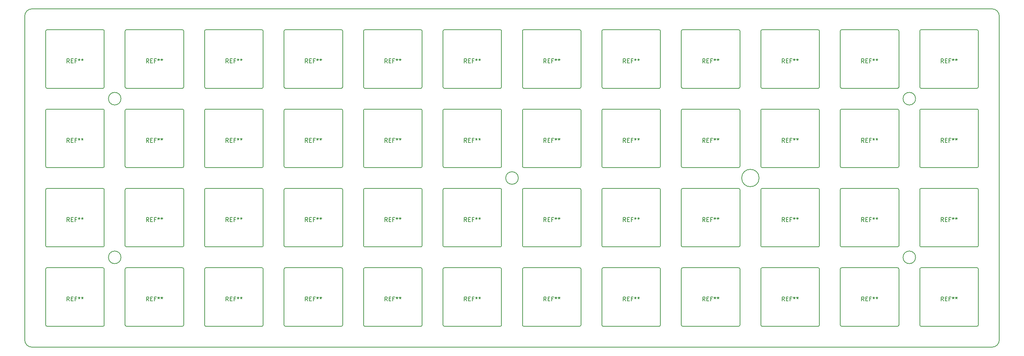
<source format=gbl>
G04 #@! TF.GenerationSoftware,KiCad,Pcbnew,5.0.1*
G04 #@! TF.CreationDate,2019-02-20T21:52:55-03:00*
G04 #@! TF.ProjectId,fullGrid,66756C6C477269642E6B696361645F70,V3.0.7*
G04 #@! TF.SameCoordinates,Original*
G04 #@! TF.FileFunction,Copper,L2,Bot,Signal*
G04 #@! TF.FilePolarity,Positive*
%FSLAX46Y46*%
G04 Gerber Fmt 4.6, Leading zero omitted, Abs format (unit mm)*
G04 Created by KiCad (PCBNEW 5.0.1) date Wed 20 Feb 2019 09:52:55 PM -03*
%MOMM*%
%LPD*%
G01*
G04 APERTURE LIST*
G04 #@! TA.AperFunction,NonConductor*
%ADD10C,0.150000*%
G04 #@! TD*
%ADD11C,0.150000*%
G04 #@! TA.AperFunction,EtchedComponent*
%ADD12C,0.150000*%
G04 #@! TD*
G04 APERTURE END LIST*
D10*
X207541125Y-102743000D02*
G75*
G03X207541125Y-102743000I-2078125J0D01*
G01*
X149963000Y-102743000D02*
G75*
G03X149963000Y-102743000I-1500000J0D01*
G01*
X244963000Y-83743000D02*
G75*
G03X244963000Y-83743000I-1500000J0D01*
G01*
X244963000Y-121743000D02*
G75*
G03X244963000Y-121743000I-1500000J0D01*
G01*
X54963000Y-121743000D02*
G75*
G03X54963000Y-121743000I-1500000J0D01*
G01*
X54963000Y-83743000D02*
G75*
G03X54963000Y-83743000I-1500000J0D01*
G01*
X31939170Y-64000682D02*
G75*
G02X33720426Y-62219426I1781256J0D01*
G01*
X31939170Y-64000682D02*
X31939170Y-141485318D01*
X33720426Y-143266574D02*
G75*
G02X31939170Y-141485318I0J1781256D01*
G01*
X264986830Y-141485318D02*
X264986830Y-64000682D01*
X264986830Y-141485318D02*
G75*
G02X263205574Y-143266574I-1781256J0D01*
G01*
X263205574Y-62219426D02*
G75*
G02X264986830Y-64000682I0J-1781256D01*
G01*
X33720426Y-143266574D02*
X263205574Y-143266574D01*
X33720426Y-62219426D02*
X263205574Y-62219426D01*
G04 #@! TO.C,REF\002A\002A*
D11*
X156629666Y-94195380D02*
X156296333Y-93719190D01*
X156058238Y-94195380D02*
X156058238Y-93195380D01*
X156439190Y-93195380D01*
X156534428Y-93243000D01*
X156582047Y-93290619D01*
X156629666Y-93385857D01*
X156629666Y-93528714D01*
X156582047Y-93623952D01*
X156534428Y-93671571D01*
X156439190Y-93719190D01*
X156058238Y-93719190D01*
X157058238Y-93671571D02*
X157391571Y-93671571D01*
X157534428Y-94195380D02*
X157058238Y-94195380D01*
X157058238Y-93195380D01*
X157534428Y-93195380D01*
X158296333Y-93671571D02*
X157963000Y-93671571D01*
X157963000Y-94195380D02*
X157963000Y-93195380D01*
X158439190Y-93195380D01*
X158963000Y-93195380D02*
X158963000Y-93433476D01*
X158724904Y-93338238D02*
X158963000Y-93433476D01*
X159201095Y-93338238D01*
X158820142Y-93623952D02*
X158963000Y-93433476D01*
X159105857Y-93623952D01*
X159724904Y-93195380D02*
X159724904Y-93433476D01*
X159486809Y-93338238D02*
X159724904Y-93433476D01*
X159963000Y-93338238D01*
X159582047Y-93623952D02*
X159724904Y-93433476D01*
X159867761Y-93623952D01*
X137629666Y-94195380D02*
X137296333Y-93719190D01*
X137058238Y-94195380D02*
X137058238Y-93195380D01*
X137439190Y-93195380D01*
X137534428Y-93243000D01*
X137582047Y-93290619D01*
X137629666Y-93385857D01*
X137629666Y-93528714D01*
X137582047Y-93623952D01*
X137534428Y-93671571D01*
X137439190Y-93719190D01*
X137058238Y-93719190D01*
X138058238Y-93671571D02*
X138391571Y-93671571D01*
X138534428Y-94195380D02*
X138058238Y-94195380D01*
X138058238Y-93195380D01*
X138534428Y-93195380D01*
X139296333Y-93671571D02*
X138963000Y-93671571D01*
X138963000Y-94195380D02*
X138963000Y-93195380D01*
X139439190Y-93195380D01*
X139963000Y-93195380D02*
X139963000Y-93433476D01*
X139724904Y-93338238D02*
X139963000Y-93433476D01*
X140201095Y-93338238D01*
X139820142Y-93623952D02*
X139963000Y-93433476D01*
X140105857Y-93623952D01*
X140724904Y-93195380D02*
X140724904Y-93433476D01*
X140486809Y-93338238D02*
X140724904Y-93433476D01*
X140963000Y-93338238D01*
X140582047Y-93623952D02*
X140724904Y-93433476D01*
X140867761Y-93623952D01*
X118629666Y-94195380D02*
X118296333Y-93719190D01*
X118058238Y-94195380D02*
X118058238Y-93195380D01*
X118439190Y-93195380D01*
X118534428Y-93243000D01*
X118582047Y-93290619D01*
X118629666Y-93385857D01*
X118629666Y-93528714D01*
X118582047Y-93623952D01*
X118534428Y-93671571D01*
X118439190Y-93719190D01*
X118058238Y-93719190D01*
X119058238Y-93671571D02*
X119391571Y-93671571D01*
X119534428Y-94195380D02*
X119058238Y-94195380D01*
X119058238Y-93195380D01*
X119534428Y-93195380D01*
X120296333Y-93671571D02*
X119963000Y-93671571D01*
X119963000Y-94195380D02*
X119963000Y-93195380D01*
X120439190Y-93195380D01*
X120963000Y-93195380D02*
X120963000Y-93433476D01*
X120724904Y-93338238D02*
X120963000Y-93433476D01*
X121201095Y-93338238D01*
X120820142Y-93623952D02*
X120963000Y-93433476D01*
X121105857Y-93623952D01*
X121724904Y-93195380D02*
X121724904Y-93433476D01*
X121486809Y-93338238D02*
X121724904Y-93433476D01*
X121963000Y-93338238D01*
X121582047Y-93623952D02*
X121724904Y-93433476D01*
X121867761Y-93623952D01*
X99629666Y-94195380D02*
X99296333Y-93719190D01*
X99058238Y-94195380D02*
X99058238Y-93195380D01*
X99439190Y-93195380D01*
X99534428Y-93243000D01*
X99582047Y-93290619D01*
X99629666Y-93385857D01*
X99629666Y-93528714D01*
X99582047Y-93623952D01*
X99534428Y-93671571D01*
X99439190Y-93719190D01*
X99058238Y-93719190D01*
X100058238Y-93671571D02*
X100391571Y-93671571D01*
X100534428Y-94195380D02*
X100058238Y-94195380D01*
X100058238Y-93195380D01*
X100534428Y-93195380D01*
X101296333Y-93671571D02*
X100963000Y-93671571D01*
X100963000Y-94195380D02*
X100963000Y-93195380D01*
X101439190Y-93195380D01*
X101963000Y-93195380D02*
X101963000Y-93433476D01*
X101724904Y-93338238D02*
X101963000Y-93433476D01*
X102201095Y-93338238D01*
X101820142Y-93623952D02*
X101963000Y-93433476D01*
X102105857Y-93623952D01*
X102724904Y-93195380D02*
X102724904Y-93433476D01*
X102486809Y-93338238D02*
X102724904Y-93433476D01*
X102963000Y-93338238D01*
X102582047Y-93623952D02*
X102724904Y-93433476D01*
X102867761Y-93623952D01*
X80629666Y-94195380D02*
X80296333Y-93719190D01*
X80058238Y-94195380D02*
X80058238Y-93195380D01*
X80439190Y-93195380D01*
X80534428Y-93243000D01*
X80582047Y-93290619D01*
X80629666Y-93385857D01*
X80629666Y-93528714D01*
X80582047Y-93623952D01*
X80534428Y-93671571D01*
X80439190Y-93719190D01*
X80058238Y-93719190D01*
X81058238Y-93671571D02*
X81391571Y-93671571D01*
X81534428Y-94195380D02*
X81058238Y-94195380D01*
X81058238Y-93195380D01*
X81534428Y-93195380D01*
X82296333Y-93671571D02*
X81963000Y-93671571D01*
X81963000Y-94195380D02*
X81963000Y-93195380D01*
X82439190Y-93195380D01*
X82963000Y-93195380D02*
X82963000Y-93433476D01*
X82724904Y-93338238D02*
X82963000Y-93433476D01*
X83201095Y-93338238D01*
X82820142Y-93623952D02*
X82963000Y-93433476D01*
X83105857Y-93623952D01*
X83724904Y-93195380D02*
X83724904Y-93433476D01*
X83486809Y-93338238D02*
X83724904Y-93433476D01*
X83963000Y-93338238D01*
X83582047Y-93623952D02*
X83724904Y-93433476D01*
X83867761Y-93623952D01*
X61629666Y-94195380D02*
X61296333Y-93719190D01*
X61058238Y-94195380D02*
X61058238Y-93195380D01*
X61439190Y-93195380D01*
X61534428Y-93243000D01*
X61582047Y-93290619D01*
X61629666Y-93385857D01*
X61629666Y-93528714D01*
X61582047Y-93623952D01*
X61534428Y-93671571D01*
X61439190Y-93719190D01*
X61058238Y-93719190D01*
X62058238Y-93671571D02*
X62391571Y-93671571D01*
X62534428Y-94195380D02*
X62058238Y-94195380D01*
X62058238Y-93195380D01*
X62534428Y-93195380D01*
X63296333Y-93671571D02*
X62963000Y-93671571D01*
X62963000Y-94195380D02*
X62963000Y-93195380D01*
X63439190Y-93195380D01*
X63963000Y-93195380D02*
X63963000Y-93433476D01*
X63724904Y-93338238D02*
X63963000Y-93433476D01*
X64201095Y-93338238D01*
X63820142Y-93623952D02*
X63963000Y-93433476D01*
X64105857Y-93623952D01*
X64724904Y-93195380D02*
X64724904Y-93433476D01*
X64486809Y-93338238D02*
X64724904Y-93433476D01*
X64963000Y-93338238D01*
X64582047Y-93623952D02*
X64724904Y-93433476D01*
X64867761Y-93623952D01*
X42629666Y-94195380D02*
X42296333Y-93719190D01*
X42058238Y-94195380D02*
X42058238Y-93195380D01*
X42439190Y-93195380D01*
X42534428Y-93243000D01*
X42582047Y-93290619D01*
X42629666Y-93385857D01*
X42629666Y-93528714D01*
X42582047Y-93623952D01*
X42534428Y-93671571D01*
X42439190Y-93719190D01*
X42058238Y-93719190D01*
X43058238Y-93671571D02*
X43391571Y-93671571D01*
X43534428Y-94195380D02*
X43058238Y-94195380D01*
X43058238Y-93195380D01*
X43534428Y-93195380D01*
X44296333Y-93671571D02*
X43963000Y-93671571D01*
X43963000Y-94195380D02*
X43963000Y-93195380D01*
X44439190Y-93195380D01*
X44963000Y-93195380D02*
X44963000Y-93433476D01*
X44724904Y-93338238D02*
X44963000Y-93433476D01*
X45201095Y-93338238D01*
X44820142Y-93623952D02*
X44963000Y-93433476D01*
X45105857Y-93623952D01*
X45724904Y-93195380D02*
X45724904Y-93433476D01*
X45486809Y-93338238D02*
X45724904Y-93433476D01*
X45963000Y-93338238D01*
X45582047Y-93623952D02*
X45724904Y-93433476D01*
X45867761Y-93623952D01*
X175629666Y-94195380D02*
X175296333Y-93719190D01*
X175058238Y-94195380D02*
X175058238Y-93195380D01*
X175439190Y-93195380D01*
X175534428Y-93243000D01*
X175582047Y-93290619D01*
X175629666Y-93385857D01*
X175629666Y-93528714D01*
X175582047Y-93623952D01*
X175534428Y-93671571D01*
X175439190Y-93719190D01*
X175058238Y-93719190D01*
X176058238Y-93671571D02*
X176391571Y-93671571D01*
X176534428Y-94195380D02*
X176058238Y-94195380D01*
X176058238Y-93195380D01*
X176534428Y-93195380D01*
X177296333Y-93671571D02*
X176963000Y-93671571D01*
X176963000Y-94195380D02*
X176963000Y-93195380D01*
X177439190Y-93195380D01*
X177963000Y-93195380D02*
X177963000Y-93433476D01*
X177724904Y-93338238D02*
X177963000Y-93433476D01*
X178201095Y-93338238D01*
X177820142Y-93623952D02*
X177963000Y-93433476D01*
X178105857Y-93623952D01*
X178724904Y-93195380D02*
X178724904Y-93433476D01*
X178486809Y-93338238D02*
X178724904Y-93433476D01*
X178963000Y-93338238D01*
X178582047Y-93623952D02*
X178724904Y-93433476D01*
X178867761Y-93623952D01*
X194629666Y-94195380D02*
X194296333Y-93719190D01*
X194058238Y-94195380D02*
X194058238Y-93195380D01*
X194439190Y-93195380D01*
X194534428Y-93243000D01*
X194582047Y-93290619D01*
X194629666Y-93385857D01*
X194629666Y-93528714D01*
X194582047Y-93623952D01*
X194534428Y-93671571D01*
X194439190Y-93719190D01*
X194058238Y-93719190D01*
X195058238Y-93671571D02*
X195391571Y-93671571D01*
X195534428Y-94195380D02*
X195058238Y-94195380D01*
X195058238Y-93195380D01*
X195534428Y-93195380D01*
X196296333Y-93671571D02*
X195963000Y-93671571D01*
X195963000Y-94195380D02*
X195963000Y-93195380D01*
X196439190Y-93195380D01*
X196963000Y-93195380D02*
X196963000Y-93433476D01*
X196724904Y-93338238D02*
X196963000Y-93433476D01*
X197201095Y-93338238D01*
X196820142Y-93623952D02*
X196963000Y-93433476D01*
X197105857Y-93623952D01*
X197724904Y-93195380D02*
X197724904Y-93433476D01*
X197486809Y-93338238D02*
X197724904Y-93433476D01*
X197963000Y-93338238D01*
X197582047Y-93623952D02*
X197724904Y-93433476D01*
X197867761Y-93623952D01*
X213629666Y-94195380D02*
X213296333Y-93719190D01*
X213058238Y-94195380D02*
X213058238Y-93195380D01*
X213439190Y-93195380D01*
X213534428Y-93243000D01*
X213582047Y-93290619D01*
X213629666Y-93385857D01*
X213629666Y-93528714D01*
X213582047Y-93623952D01*
X213534428Y-93671571D01*
X213439190Y-93719190D01*
X213058238Y-93719190D01*
X214058238Y-93671571D02*
X214391571Y-93671571D01*
X214534428Y-94195380D02*
X214058238Y-94195380D01*
X214058238Y-93195380D01*
X214534428Y-93195380D01*
X215296333Y-93671571D02*
X214963000Y-93671571D01*
X214963000Y-94195380D02*
X214963000Y-93195380D01*
X215439190Y-93195380D01*
X215963000Y-93195380D02*
X215963000Y-93433476D01*
X215724904Y-93338238D02*
X215963000Y-93433476D01*
X216201095Y-93338238D01*
X215820142Y-93623952D02*
X215963000Y-93433476D01*
X216105857Y-93623952D01*
X216724904Y-93195380D02*
X216724904Y-93433476D01*
X216486809Y-93338238D02*
X216724904Y-93433476D01*
X216963000Y-93338238D01*
X216582047Y-93623952D02*
X216724904Y-93433476D01*
X216867761Y-93623952D01*
X232629666Y-94195380D02*
X232296333Y-93719190D01*
X232058238Y-94195380D02*
X232058238Y-93195380D01*
X232439190Y-93195380D01*
X232534428Y-93243000D01*
X232582047Y-93290619D01*
X232629666Y-93385857D01*
X232629666Y-93528714D01*
X232582047Y-93623952D01*
X232534428Y-93671571D01*
X232439190Y-93719190D01*
X232058238Y-93719190D01*
X233058238Y-93671571D02*
X233391571Y-93671571D01*
X233534428Y-94195380D02*
X233058238Y-94195380D01*
X233058238Y-93195380D01*
X233534428Y-93195380D01*
X234296333Y-93671571D02*
X233963000Y-93671571D01*
X233963000Y-94195380D02*
X233963000Y-93195380D01*
X234439190Y-93195380D01*
X234963000Y-93195380D02*
X234963000Y-93433476D01*
X234724904Y-93338238D02*
X234963000Y-93433476D01*
X235201095Y-93338238D01*
X234820142Y-93623952D02*
X234963000Y-93433476D01*
X235105857Y-93623952D01*
X235724904Y-93195380D02*
X235724904Y-93433476D01*
X235486809Y-93338238D02*
X235724904Y-93433476D01*
X235963000Y-93338238D01*
X235582047Y-93623952D02*
X235724904Y-93433476D01*
X235867761Y-93623952D01*
X251629666Y-94195380D02*
X251296333Y-93719190D01*
X251058238Y-94195380D02*
X251058238Y-93195380D01*
X251439190Y-93195380D01*
X251534428Y-93243000D01*
X251582047Y-93290619D01*
X251629666Y-93385857D01*
X251629666Y-93528714D01*
X251582047Y-93623952D01*
X251534428Y-93671571D01*
X251439190Y-93719190D01*
X251058238Y-93719190D01*
X252058238Y-93671571D02*
X252391571Y-93671571D01*
X252534428Y-94195380D02*
X252058238Y-94195380D01*
X252058238Y-93195380D01*
X252534428Y-93195380D01*
X253296333Y-93671571D02*
X252963000Y-93671571D01*
X252963000Y-94195380D02*
X252963000Y-93195380D01*
X253439190Y-93195380D01*
X253963000Y-93195380D02*
X253963000Y-93433476D01*
X253724904Y-93338238D02*
X253963000Y-93433476D01*
X254201095Y-93338238D01*
X253820142Y-93623952D02*
X253963000Y-93433476D01*
X254105857Y-93623952D01*
X254724904Y-93195380D02*
X254724904Y-93433476D01*
X254486809Y-93338238D02*
X254724904Y-93433476D01*
X254963000Y-93338238D01*
X254582047Y-93623952D02*
X254724904Y-93433476D01*
X254867761Y-93623952D01*
X42629666Y-75195380D02*
X42296333Y-74719190D01*
X42058238Y-75195380D02*
X42058238Y-74195380D01*
X42439190Y-74195380D01*
X42534428Y-74243000D01*
X42582047Y-74290619D01*
X42629666Y-74385857D01*
X42629666Y-74528714D01*
X42582047Y-74623952D01*
X42534428Y-74671571D01*
X42439190Y-74719190D01*
X42058238Y-74719190D01*
X43058238Y-74671571D02*
X43391571Y-74671571D01*
X43534428Y-75195380D02*
X43058238Y-75195380D01*
X43058238Y-74195380D01*
X43534428Y-74195380D01*
X44296333Y-74671571D02*
X43963000Y-74671571D01*
X43963000Y-75195380D02*
X43963000Y-74195380D01*
X44439190Y-74195380D01*
X44963000Y-74195380D02*
X44963000Y-74433476D01*
X44724904Y-74338238D02*
X44963000Y-74433476D01*
X45201095Y-74338238D01*
X44820142Y-74623952D02*
X44963000Y-74433476D01*
X45105857Y-74623952D01*
X45724904Y-74195380D02*
X45724904Y-74433476D01*
X45486809Y-74338238D02*
X45724904Y-74433476D01*
X45963000Y-74338238D01*
X45582047Y-74623952D02*
X45724904Y-74433476D01*
X45867761Y-74623952D01*
X213629666Y-75195380D02*
X213296333Y-74719190D01*
X213058238Y-75195380D02*
X213058238Y-74195380D01*
X213439190Y-74195380D01*
X213534428Y-74243000D01*
X213582047Y-74290619D01*
X213629666Y-74385857D01*
X213629666Y-74528714D01*
X213582047Y-74623952D01*
X213534428Y-74671571D01*
X213439190Y-74719190D01*
X213058238Y-74719190D01*
X214058238Y-74671571D02*
X214391571Y-74671571D01*
X214534428Y-75195380D02*
X214058238Y-75195380D01*
X214058238Y-74195380D01*
X214534428Y-74195380D01*
X215296333Y-74671571D02*
X214963000Y-74671571D01*
X214963000Y-75195380D02*
X214963000Y-74195380D01*
X215439190Y-74195380D01*
X215963000Y-74195380D02*
X215963000Y-74433476D01*
X215724904Y-74338238D02*
X215963000Y-74433476D01*
X216201095Y-74338238D01*
X215820142Y-74623952D02*
X215963000Y-74433476D01*
X216105857Y-74623952D01*
X216724904Y-74195380D02*
X216724904Y-74433476D01*
X216486809Y-74338238D02*
X216724904Y-74433476D01*
X216963000Y-74338238D01*
X216582047Y-74623952D02*
X216724904Y-74433476D01*
X216867761Y-74623952D01*
X61629666Y-75195380D02*
X61296333Y-74719190D01*
X61058238Y-75195380D02*
X61058238Y-74195380D01*
X61439190Y-74195380D01*
X61534428Y-74243000D01*
X61582047Y-74290619D01*
X61629666Y-74385857D01*
X61629666Y-74528714D01*
X61582047Y-74623952D01*
X61534428Y-74671571D01*
X61439190Y-74719190D01*
X61058238Y-74719190D01*
X62058238Y-74671571D02*
X62391571Y-74671571D01*
X62534428Y-75195380D02*
X62058238Y-75195380D01*
X62058238Y-74195380D01*
X62534428Y-74195380D01*
X63296333Y-74671571D02*
X62963000Y-74671571D01*
X62963000Y-75195380D02*
X62963000Y-74195380D01*
X63439190Y-74195380D01*
X63963000Y-74195380D02*
X63963000Y-74433476D01*
X63724904Y-74338238D02*
X63963000Y-74433476D01*
X64201095Y-74338238D01*
X63820142Y-74623952D02*
X63963000Y-74433476D01*
X64105857Y-74623952D01*
X64724904Y-74195380D02*
X64724904Y-74433476D01*
X64486809Y-74338238D02*
X64724904Y-74433476D01*
X64963000Y-74338238D01*
X64582047Y-74623952D02*
X64724904Y-74433476D01*
X64867761Y-74623952D01*
X80629666Y-75195380D02*
X80296333Y-74719190D01*
X80058238Y-75195380D02*
X80058238Y-74195380D01*
X80439190Y-74195380D01*
X80534428Y-74243000D01*
X80582047Y-74290619D01*
X80629666Y-74385857D01*
X80629666Y-74528714D01*
X80582047Y-74623952D01*
X80534428Y-74671571D01*
X80439190Y-74719190D01*
X80058238Y-74719190D01*
X81058238Y-74671571D02*
X81391571Y-74671571D01*
X81534428Y-75195380D02*
X81058238Y-75195380D01*
X81058238Y-74195380D01*
X81534428Y-74195380D01*
X82296333Y-74671571D02*
X81963000Y-74671571D01*
X81963000Y-75195380D02*
X81963000Y-74195380D01*
X82439190Y-74195380D01*
X82963000Y-74195380D02*
X82963000Y-74433476D01*
X82724904Y-74338238D02*
X82963000Y-74433476D01*
X83201095Y-74338238D01*
X82820142Y-74623952D02*
X82963000Y-74433476D01*
X83105857Y-74623952D01*
X83724904Y-74195380D02*
X83724904Y-74433476D01*
X83486809Y-74338238D02*
X83724904Y-74433476D01*
X83963000Y-74338238D01*
X83582047Y-74623952D02*
X83724904Y-74433476D01*
X83867761Y-74623952D01*
X251629666Y-75195380D02*
X251296333Y-74719190D01*
X251058238Y-75195380D02*
X251058238Y-74195380D01*
X251439190Y-74195380D01*
X251534428Y-74243000D01*
X251582047Y-74290619D01*
X251629666Y-74385857D01*
X251629666Y-74528714D01*
X251582047Y-74623952D01*
X251534428Y-74671571D01*
X251439190Y-74719190D01*
X251058238Y-74719190D01*
X252058238Y-74671571D02*
X252391571Y-74671571D01*
X252534428Y-75195380D02*
X252058238Y-75195380D01*
X252058238Y-74195380D01*
X252534428Y-74195380D01*
X253296333Y-74671571D02*
X252963000Y-74671571D01*
X252963000Y-75195380D02*
X252963000Y-74195380D01*
X253439190Y-74195380D01*
X253963000Y-74195380D02*
X253963000Y-74433476D01*
X253724904Y-74338238D02*
X253963000Y-74433476D01*
X254201095Y-74338238D01*
X253820142Y-74623952D02*
X253963000Y-74433476D01*
X254105857Y-74623952D01*
X254724904Y-74195380D02*
X254724904Y-74433476D01*
X254486809Y-74338238D02*
X254724904Y-74433476D01*
X254963000Y-74338238D01*
X254582047Y-74623952D02*
X254724904Y-74433476D01*
X254867761Y-74623952D01*
X175629666Y-75195380D02*
X175296333Y-74719190D01*
X175058238Y-75195380D02*
X175058238Y-74195380D01*
X175439190Y-74195380D01*
X175534428Y-74243000D01*
X175582047Y-74290619D01*
X175629666Y-74385857D01*
X175629666Y-74528714D01*
X175582047Y-74623952D01*
X175534428Y-74671571D01*
X175439190Y-74719190D01*
X175058238Y-74719190D01*
X176058238Y-74671571D02*
X176391571Y-74671571D01*
X176534428Y-75195380D02*
X176058238Y-75195380D01*
X176058238Y-74195380D01*
X176534428Y-74195380D01*
X177296333Y-74671571D02*
X176963000Y-74671571D01*
X176963000Y-75195380D02*
X176963000Y-74195380D01*
X177439190Y-74195380D01*
X177963000Y-74195380D02*
X177963000Y-74433476D01*
X177724904Y-74338238D02*
X177963000Y-74433476D01*
X178201095Y-74338238D01*
X177820142Y-74623952D02*
X177963000Y-74433476D01*
X178105857Y-74623952D01*
X178724904Y-74195380D02*
X178724904Y-74433476D01*
X178486809Y-74338238D02*
X178724904Y-74433476D01*
X178963000Y-74338238D01*
X178582047Y-74623952D02*
X178724904Y-74433476D01*
X178867761Y-74623952D01*
X194629666Y-75195380D02*
X194296333Y-74719190D01*
X194058238Y-75195380D02*
X194058238Y-74195380D01*
X194439190Y-74195380D01*
X194534428Y-74243000D01*
X194582047Y-74290619D01*
X194629666Y-74385857D01*
X194629666Y-74528714D01*
X194582047Y-74623952D01*
X194534428Y-74671571D01*
X194439190Y-74719190D01*
X194058238Y-74719190D01*
X195058238Y-74671571D02*
X195391571Y-74671571D01*
X195534428Y-75195380D02*
X195058238Y-75195380D01*
X195058238Y-74195380D01*
X195534428Y-74195380D01*
X196296333Y-74671571D02*
X195963000Y-74671571D01*
X195963000Y-75195380D02*
X195963000Y-74195380D01*
X196439190Y-74195380D01*
X196963000Y-74195380D02*
X196963000Y-74433476D01*
X196724904Y-74338238D02*
X196963000Y-74433476D01*
X197201095Y-74338238D01*
X196820142Y-74623952D02*
X196963000Y-74433476D01*
X197105857Y-74623952D01*
X197724904Y-74195380D02*
X197724904Y-74433476D01*
X197486809Y-74338238D02*
X197724904Y-74433476D01*
X197963000Y-74338238D01*
X197582047Y-74623952D02*
X197724904Y-74433476D01*
X197867761Y-74623952D01*
X99629666Y-75195380D02*
X99296333Y-74719190D01*
X99058238Y-75195380D02*
X99058238Y-74195380D01*
X99439190Y-74195380D01*
X99534428Y-74243000D01*
X99582047Y-74290619D01*
X99629666Y-74385857D01*
X99629666Y-74528714D01*
X99582047Y-74623952D01*
X99534428Y-74671571D01*
X99439190Y-74719190D01*
X99058238Y-74719190D01*
X100058238Y-74671571D02*
X100391571Y-74671571D01*
X100534428Y-75195380D02*
X100058238Y-75195380D01*
X100058238Y-74195380D01*
X100534428Y-74195380D01*
X101296333Y-74671571D02*
X100963000Y-74671571D01*
X100963000Y-75195380D02*
X100963000Y-74195380D01*
X101439190Y-74195380D01*
X101963000Y-74195380D02*
X101963000Y-74433476D01*
X101724904Y-74338238D02*
X101963000Y-74433476D01*
X102201095Y-74338238D01*
X101820142Y-74623952D02*
X101963000Y-74433476D01*
X102105857Y-74623952D01*
X102724904Y-74195380D02*
X102724904Y-74433476D01*
X102486809Y-74338238D02*
X102724904Y-74433476D01*
X102963000Y-74338238D01*
X102582047Y-74623952D02*
X102724904Y-74433476D01*
X102867761Y-74623952D01*
X137629666Y-75195380D02*
X137296333Y-74719190D01*
X137058238Y-75195380D02*
X137058238Y-74195380D01*
X137439190Y-74195380D01*
X137534428Y-74243000D01*
X137582047Y-74290619D01*
X137629666Y-74385857D01*
X137629666Y-74528714D01*
X137582047Y-74623952D01*
X137534428Y-74671571D01*
X137439190Y-74719190D01*
X137058238Y-74719190D01*
X138058238Y-74671571D02*
X138391571Y-74671571D01*
X138534428Y-75195380D02*
X138058238Y-75195380D01*
X138058238Y-74195380D01*
X138534428Y-74195380D01*
X139296333Y-74671571D02*
X138963000Y-74671571D01*
X138963000Y-75195380D02*
X138963000Y-74195380D01*
X139439190Y-74195380D01*
X139963000Y-74195380D02*
X139963000Y-74433476D01*
X139724904Y-74338238D02*
X139963000Y-74433476D01*
X140201095Y-74338238D01*
X139820142Y-74623952D02*
X139963000Y-74433476D01*
X140105857Y-74623952D01*
X140724904Y-74195380D02*
X140724904Y-74433476D01*
X140486809Y-74338238D02*
X140724904Y-74433476D01*
X140963000Y-74338238D01*
X140582047Y-74623952D02*
X140724904Y-74433476D01*
X140867761Y-74623952D01*
X156629666Y-75195380D02*
X156296333Y-74719190D01*
X156058238Y-75195380D02*
X156058238Y-74195380D01*
X156439190Y-74195380D01*
X156534428Y-74243000D01*
X156582047Y-74290619D01*
X156629666Y-74385857D01*
X156629666Y-74528714D01*
X156582047Y-74623952D01*
X156534428Y-74671571D01*
X156439190Y-74719190D01*
X156058238Y-74719190D01*
X157058238Y-74671571D02*
X157391571Y-74671571D01*
X157534428Y-75195380D02*
X157058238Y-75195380D01*
X157058238Y-74195380D01*
X157534428Y-74195380D01*
X158296333Y-74671571D02*
X157963000Y-74671571D01*
X157963000Y-75195380D02*
X157963000Y-74195380D01*
X158439190Y-74195380D01*
X158963000Y-74195380D02*
X158963000Y-74433476D01*
X158724904Y-74338238D02*
X158963000Y-74433476D01*
X159201095Y-74338238D01*
X158820142Y-74623952D02*
X158963000Y-74433476D01*
X159105857Y-74623952D01*
X159724904Y-74195380D02*
X159724904Y-74433476D01*
X159486809Y-74338238D02*
X159724904Y-74433476D01*
X159963000Y-74338238D01*
X159582047Y-74623952D02*
X159724904Y-74433476D01*
X159867761Y-74623952D01*
X118629666Y-75195380D02*
X118296333Y-74719190D01*
X118058238Y-75195380D02*
X118058238Y-74195380D01*
X118439190Y-74195380D01*
X118534428Y-74243000D01*
X118582047Y-74290619D01*
X118629666Y-74385857D01*
X118629666Y-74528714D01*
X118582047Y-74623952D01*
X118534428Y-74671571D01*
X118439190Y-74719190D01*
X118058238Y-74719190D01*
X119058238Y-74671571D02*
X119391571Y-74671571D01*
X119534428Y-75195380D02*
X119058238Y-75195380D01*
X119058238Y-74195380D01*
X119534428Y-74195380D01*
X120296333Y-74671571D02*
X119963000Y-74671571D01*
X119963000Y-75195380D02*
X119963000Y-74195380D01*
X120439190Y-74195380D01*
X120963000Y-74195380D02*
X120963000Y-74433476D01*
X120724904Y-74338238D02*
X120963000Y-74433476D01*
X121201095Y-74338238D01*
X120820142Y-74623952D02*
X120963000Y-74433476D01*
X121105857Y-74623952D01*
X121724904Y-74195380D02*
X121724904Y-74433476D01*
X121486809Y-74338238D02*
X121724904Y-74433476D01*
X121963000Y-74338238D01*
X121582047Y-74623952D02*
X121724904Y-74433476D01*
X121867761Y-74623952D01*
X118629666Y-113195380D02*
X118296333Y-112719190D01*
X118058238Y-113195380D02*
X118058238Y-112195380D01*
X118439190Y-112195380D01*
X118534428Y-112243000D01*
X118582047Y-112290619D01*
X118629666Y-112385857D01*
X118629666Y-112528714D01*
X118582047Y-112623952D01*
X118534428Y-112671571D01*
X118439190Y-112719190D01*
X118058238Y-112719190D01*
X119058238Y-112671571D02*
X119391571Y-112671571D01*
X119534428Y-113195380D02*
X119058238Y-113195380D01*
X119058238Y-112195380D01*
X119534428Y-112195380D01*
X120296333Y-112671571D02*
X119963000Y-112671571D01*
X119963000Y-113195380D02*
X119963000Y-112195380D01*
X120439190Y-112195380D01*
X120963000Y-112195380D02*
X120963000Y-112433476D01*
X120724904Y-112338238D02*
X120963000Y-112433476D01*
X121201095Y-112338238D01*
X120820142Y-112623952D02*
X120963000Y-112433476D01*
X121105857Y-112623952D01*
X121724904Y-112195380D02*
X121724904Y-112433476D01*
X121486809Y-112338238D02*
X121724904Y-112433476D01*
X121963000Y-112338238D01*
X121582047Y-112623952D02*
X121724904Y-112433476D01*
X121867761Y-112623952D01*
X213629666Y-113195380D02*
X213296333Y-112719190D01*
X213058238Y-113195380D02*
X213058238Y-112195380D01*
X213439190Y-112195380D01*
X213534428Y-112243000D01*
X213582047Y-112290619D01*
X213629666Y-112385857D01*
X213629666Y-112528714D01*
X213582047Y-112623952D01*
X213534428Y-112671571D01*
X213439190Y-112719190D01*
X213058238Y-112719190D01*
X214058238Y-112671571D02*
X214391571Y-112671571D01*
X214534428Y-113195380D02*
X214058238Y-113195380D01*
X214058238Y-112195380D01*
X214534428Y-112195380D01*
X215296333Y-112671571D02*
X214963000Y-112671571D01*
X214963000Y-113195380D02*
X214963000Y-112195380D01*
X215439190Y-112195380D01*
X215963000Y-112195380D02*
X215963000Y-112433476D01*
X215724904Y-112338238D02*
X215963000Y-112433476D01*
X216201095Y-112338238D01*
X215820142Y-112623952D02*
X215963000Y-112433476D01*
X216105857Y-112623952D01*
X216724904Y-112195380D02*
X216724904Y-112433476D01*
X216486809Y-112338238D02*
X216724904Y-112433476D01*
X216963000Y-112338238D01*
X216582047Y-112623952D02*
X216724904Y-112433476D01*
X216867761Y-112623952D01*
X99629666Y-113195380D02*
X99296333Y-112719190D01*
X99058238Y-113195380D02*
X99058238Y-112195380D01*
X99439190Y-112195380D01*
X99534428Y-112243000D01*
X99582047Y-112290619D01*
X99629666Y-112385857D01*
X99629666Y-112528714D01*
X99582047Y-112623952D01*
X99534428Y-112671571D01*
X99439190Y-112719190D01*
X99058238Y-112719190D01*
X100058238Y-112671571D02*
X100391571Y-112671571D01*
X100534428Y-113195380D02*
X100058238Y-113195380D01*
X100058238Y-112195380D01*
X100534428Y-112195380D01*
X101296333Y-112671571D02*
X100963000Y-112671571D01*
X100963000Y-113195380D02*
X100963000Y-112195380D01*
X101439190Y-112195380D01*
X101963000Y-112195380D02*
X101963000Y-112433476D01*
X101724904Y-112338238D02*
X101963000Y-112433476D01*
X102201095Y-112338238D01*
X101820142Y-112623952D02*
X101963000Y-112433476D01*
X102105857Y-112623952D01*
X102724904Y-112195380D02*
X102724904Y-112433476D01*
X102486809Y-112338238D02*
X102724904Y-112433476D01*
X102963000Y-112338238D01*
X102582047Y-112623952D02*
X102724904Y-112433476D01*
X102867761Y-112623952D01*
X156629666Y-113195380D02*
X156296333Y-112719190D01*
X156058238Y-113195380D02*
X156058238Y-112195380D01*
X156439190Y-112195380D01*
X156534428Y-112243000D01*
X156582047Y-112290619D01*
X156629666Y-112385857D01*
X156629666Y-112528714D01*
X156582047Y-112623952D01*
X156534428Y-112671571D01*
X156439190Y-112719190D01*
X156058238Y-112719190D01*
X157058238Y-112671571D02*
X157391571Y-112671571D01*
X157534428Y-113195380D02*
X157058238Y-113195380D01*
X157058238Y-112195380D01*
X157534428Y-112195380D01*
X158296333Y-112671571D02*
X157963000Y-112671571D01*
X157963000Y-113195380D02*
X157963000Y-112195380D01*
X158439190Y-112195380D01*
X158963000Y-112195380D02*
X158963000Y-112433476D01*
X158724904Y-112338238D02*
X158963000Y-112433476D01*
X159201095Y-112338238D01*
X158820142Y-112623952D02*
X158963000Y-112433476D01*
X159105857Y-112623952D01*
X159724904Y-112195380D02*
X159724904Y-112433476D01*
X159486809Y-112338238D02*
X159724904Y-112433476D01*
X159963000Y-112338238D01*
X159582047Y-112623952D02*
X159724904Y-112433476D01*
X159867761Y-112623952D01*
X137629666Y-113195380D02*
X137296333Y-112719190D01*
X137058238Y-113195380D02*
X137058238Y-112195380D01*
X137439190Y-112195380D01*
X137534428Y-112243000D01*
X137582047Y-112290619D01*
X137629666Y-112385857D01*
X137629666Y-112528714D01*
X137582047Y-112623952D01*
X137534428Y-112671571D01*
X137439190Y-112719190D01*
X137058238Y-112719190D01*
X138058238Y-112671571D02*
X138391571Y-112671571D01*
X138534428Y-113195380D02*
X138058238Y-113195380D01*
X138058238Y-112195380D01*
X138534428Y-112195380D01*
X139296333Y-112671571D02*
X138963000Y-112671571D01*
X138963000Y-113195380D02*
X138963000Y-112195380D01*
X139439190Y-112195380D01*
X139963000Y-112195380D02*
X139963000Y-112433476D01*
X139724904Y-112338238D02*
X139963000Y-112433476D01*
X140201095Y-112338238D01*
X139820142Y-112623952D02*
X139963000Y-112433476D01*
X140105857Y-112623952D01*
X140724904Y-112195380D02*
X140724904Y-112433476D01*
X140486809Y-112338238D02*
X140724904Y-112433476D01*
X140963000Y-112338238D01*
X140582047Y-112623952D02*
X140724904Y-112433476D01*
X140867761Y-112623952D01*
X42629666Y-113195380D02*
X42296333Y-112719190D01*
X42058238Y-113195380D02*
X42058238Y-112195380D01*
X42439190Y-112195380D01*
X42534428Y-112243000D01*
X42582047Y-112290619D01*
X42629666Y-112385857D01*
X42629666Y-112528714D01*
X42582047Y-112623952D01*
X42534428Y-112671571D01*
X42439190Y-112719190D01*
X42058238Y-112719190D01*
X43058238Y-112671571D02*
X43391571Y-112671571D01*
X43534428Y-113195380D02*
X43058238Y-113195380D01*
X43058238Y-112195380D01*
X43534428Y-112195380D01*
X44296333Y-112671571D02*
X43963000Y-112671571D01*
X43963000Y-113195380D02*
X43963000Y-112195380D01*
X44439190Y-112195380D01*
X44963000Y-112195380D02*
X44963000Y-112433476D01*
X44724904Y-112338238D02*
X44963000Y-112433476D01*
X45201095Y-112338238D01*
X44820142Y-112623952D02*
X44963000Y-112433476D01*
X45105857Y-112623952D01*
X45724904Y-112195380D02*
X45724904Y-112433476D01*
X45486809Y-112338238D02*
X45724904Y-112433476D01*
X45963000Y-112338238D01*
X45582047Y-112623952D02*
X45724904Y-112433476D01*
X45867761Y-112623952D01*
X61629666Y-113195380D02*
X61296333Y-112719190D01*
X61058238Y-113195380D02*
X61058238Y-112195380D01*
X61439190Y-112195380D01*
X61534428Y-112243000D01*
X61582047Y-112290619D01*
X61629666Y-112385857D01*
X61629666Y-112528714D01*
X61582047Y-112623952D01*
X61534428Y-112671571D01*
X61439190Y-112719190D01*
X61058238Y-112719190D01*
X62058238Y-112671571D02*
X62391571Y-112671571D01*
X62534428Y-113195380D02*
X62058238Y-113195380D01*
X62058238Y-112195380D01*
X62534428Y-112195380D01*
X63296333Y-112671571D02*
X62963000Y-112671571D01*
X62963000Y-113195380D02*
X62963000Y-112195380D01*
X63439190Y-112195380D01*
X63963000Y-112195380D02*
X63963000Y-112433476D01*
X63724904Y-112338238D02*
X63963000Y-112433476D01*
X64201095Y-112338238D01*
X63820142Y-112623952D02*
X63963000Y-112433476D01*
X64105857Y-112623952D01*
X64724904Y-112195380D02*
X64724904Y-112433476D01*
X64486809Y-112338238D02*
X64724904Y-112433476D01*
X64963000Y-112338238D01*
X64582047Y-112623952D02*
X64724904Y-112433476D01*
X64867761Y-112623952D01*
X175629666Y-113195380D02*
X175296333Y-112719190D01*
X175058238Y-113195380D02*
X175058238Y-112195380D01*
X175439190Y-112195380D01*
X175534428Y-112243000D01*
X175582047Y-112290619D01*
X175629666Y-112385857D01*
X175629666Y-112528714D01*
X175582047Y-112623952D01*
X175534428Y-112671571D01*
X175439190Y-112719190D01*
X175058238Y-112719190D01*
X176058238Y-112671571D02*
X176391571Y-112671571D01*
X176534428Y-113195380D02*
X176058238Y-113195380D01*
X176058238Y-112195380D01*
X176534428Y-112195380D01*
X177296333Y-112671571D02*
X176963000Y-112671571D01*
X176963000Y-113195380D02*
X176963000Y-112195380D01*
X177439190Y-112195380D01*
X177963000Y-112195380D02*
X177963000Y-112433476D01*
X177724904Y-112338238D02*
X177963000Y-112433476D01*
X178201095Y-112338238D01*
X177820142Y-112623952D02*
X177963000Y-112433476D01*
X178105857Y-112623952D01*
X178724904Y-112195380D02*
X178724904Y-112433476D01*
X178486809Y-112338238D02*
X178724904Y-112433476D01*
X178963000Y-112338238D01*
X178582047Y-112623952D02*
X178724904Y-112433476D01*
X178867761Y-112623952D01*
X80629666Y-113195380D02*
X80296333Y-112719190D01*
X80058238Y-113195380D02*
X80058238Y-112195380D01*
X80439190Y-112195380D01*
X80534428Y-112243000D01*
X80582047Y-112290619D01*
X80629666Y-112385857D01*
X80629666Y-112528714D01*
X80582047Y-112623952D01*
X80534428Y-112671571D01*
X80439190Y-112719190D01*
X80058238Y-112719190D01*
X81058238Y-112671571D02*
X81391571Y-112671571D01*
X81534428Y-113195380D02*
X81058238Y-113195380D01*
X81058238Y-112195380D01*
X81534428Y-112195380D01*
X82296333Y-112671571D02*
X81963000Y-112671571D01*
X81963000Y-113195380D02*
X81963000Y-112195380D01*
X82439190Y-112195380D01*
X82963000Y-112195380D02*
X82963000Y-112433476D01*
X82724904Y-112338238D02*
X82963000Y-112433476D01*
X83201095Y-112338238D01*
X82820142Y-112623952D02*
X82963000Y-112433476D01*
X83105857Y-112623952D01*
X83724904Y-112195380D02*
X83724904Y-112433476D01*
X83486809Y-112338238D02*
X83724904Y-112433476D01*
X83963000Y-112338238D01*
X83582047Y-112623952D02*
X83724904Y-112433476D01*
X83867761Y-112623952D01*
X251629666Y-113195380D02*
X251296333Y-112719190D01*
X251058238Y-113195380D02*
X251058238Y-112195380D01*
X251439190Y-112195380D01*
X251534428Y-112243000D01*
X251582047Y-112290619D01*
X251629666Y-112385857D01*
X251629666Y-112528714D01*
X251582047Y-112623952D01*
X251534428Y-112671571D01*
X251439190Y-112719190D01*
X251058238Y-112719190D01*
X252058238Y-112671571D02*
X252391571Y-112671571D01*
X252534428Y-113195380D02*
X252058238Y-113195380D01*
X252058238Y-112195380D01*
X252534428Y-112195380D01*
X253296333Y-112671571D02*
X252963000Y-112671571D01*
X252963000Y-113195380D02*
X252963000Y-112195380D01*
X253439190Y-112195380D01*
X253963000Y-112195380D02*
X253963000Y-112433476D01*
X253724904Y-112338238D02*
X253963000Y-112433476D01*
X254201095Y-112338238D01*
X253820142Y-112623952D02*
X253963000Y-112433476D01*
X254105857Y-112623952D01*
X254724904Y-112195380D02*
X254724904Y-112433476D01*
X254486809Y-112338238D02*
X254724904Y-112433476D01*
X254963000Y-112338238D01*
X254582047Y-112623952D02*
X254724904Y-112433476D01*
X254867761Y-112623952D01*
X194629666Y-113195380D02*
X194296333Y-112719190D01*
X194058238Y-113195380D02*
X194058238Y-112195380D01*
X194439190Y-112195380D01*
X194534428Y-112243000D01*
X194582047Y-112290619D01*
X194629666Y-112385857D01*
X194629666Y-112528714D01*
X194582047Y-112623952D01*
X194534428Y-112671571D01*
X194439190Y-112719190D01*
X194058238Y-112719190D01*
X195058238Y-112671571D02*
X195391571Y-112671571D01*
X195534428Y-113195380D02*
X195058238Y-113195380D01*
X195058238Y-112195380D01*
X195534428Y-112195380D01*
X196296333Y-112671571D02*
X195963000Y-112671571D01*
X195963000Y-113195380D02*
X195963000Y-112195380D01*
X196439190Y-112195380D01*
X196963000Y-112195380D02*
X196963000Y-112433476D01*
X196724904Y-112338238D02*
X196963000Y-112433476D01*
X197201095Y-112338238D01*
X196820142Y-112623952D02*
X196963000Y-112433476D01*
X197105857Y-112623952D01*
X197724904Y-112195380D02*
X197724904Y-112433476D01*
X197486809Y-112338238D02*
X197724904Y-112433476D01*
X197963000Y-112338238D01*
X197582047Y-112623952D02*
X197724904Y-112433476D01*
X197867761Y-112623952D01*
X42629666Y-132195380D02*
X42296333Y-131719190D01*
X42058238Y-132195380D02*
X42058238Y-131195380D01*
X42439190Y-131195380D01*
X42534428Y-131243000D01*
X42582047Y-131290619D01*
X42629666Y-131385857D01*
X42629666Y-131528714D01*
X42582047Y-131623952D01*
X42534428Y-131671571D01*
X42439190Y-131719190D01*
X42058238Y-131719190D01*
X43058238Y-131671571D02*
X43391571Y-131671571D01*
X43534428Y-132195380D02*
X43058238Y-132195380D01*
X43058238Y-131195380D01*
X43534428Y-131195380D01*
X44296333Y-131671571D02*
X43963000Y-131671571D01*
X43963000Y-132195380D02*
X43963000Y-131195380D01*
X44439190Y-131195380D01*
X44963000Y-131195380D02*
X44963000Y-131433476D01*
X44724904Y-131338238D02*
X44963000Y-131433476D01*
X45201095Y-131338238D01*
X44820142Y-131623952D02*
X44963000Y-131433476D01*
X45105857Y-131623952D01*
X45724904Y-131195380D02*
X45724904Y-131433476D01*
X45486809Y-131338238D02*
X45724904Y-131433476D01*
X45963000Y-131338238D01*
X45582047Y-131623952D02*
X45724904Y-131433476D01*
X45867761Y-131623952D01*
X61629666Y-132195380D02*
X61296333Y-131719190D01*
X61058238Y-132195380D02*
X61058238Y-131195380D01*
X61439190Y-131195380D01*
X61534428Y-131243000D01*
X61582047Y-131290619D01*
X61629666Y-131385857D01*
X61629666Y-131528714D01*
X61582047Y-131623952D01*
X61534428Y-131671571D01*
X61439190Y-131719190D01*
X61058238Y-131719190D01*
X62058238Y-131671571D02*
X62391571Y-131671571D01*
X62534428Y-132195380D02*
X62058238Y-132195380D01*
X62058238Y-131195380D01*
X62534428Y-131195380D01*
X63296333Y-131671571D02*
X62963000Y-131671571D01*
X62963000Y-132195380D02*
X62963000Y-131195380D01*
X63439190Y-131195380D01*
X63963000Y-131195380D02*
X63963000Y-131433476D01*
X63724904Y-131338238D02*
X63963000Y-131433476D01*
X64201095Y-131338238D01*
X63820142Y-131623952D02*
X63963000Y-131433476D01*
X64105857Y-131623952D01*
X64724904Y-131195380D02*
X64724904Y-131433476D01*
X64486809Y-131338238D02*
X64724904Y-131433476D01*
X64963000Y-131338238D01*
X64582047Y-131623952D02*
X64724904Y-131433476D01*
X64867761Y-131623952D01*
X213629666Y-132195380D02*
X213296333Y-131719190D01*
X213058238Y-132195380D02*
X213058238Y-131195380D01*
X213439190Y-131195380D01*
X213534428Y-131243000D01*
X213582047Y-131290619D01*
X213629666Y-131385857D01*
X213629666Y-131528714D01*
X213582047Y-131623952D01*
X213534428Y-131671571D01*
X213439190Y-131719190D01*
X213058238Y-131719190D01*
X214058238Y-131671571D02*
X214391571Y-131671571D01*
X214534428Y-132195380D02*
X214058238Y-132195380D01*
X214058238Y-131195380D01*
X214534428Y-131195380D01*
X215296333Y-131671571D02*
X214963000Y-131671571D01*
X214963000Y-132195380D02*
X214963000Y-131195380D01*
X215439190Y-131195380D01*
X215963000Y-131195380D02*
X215963000Y-131433476D01*
X215724904Y-131338238D02*
X215963000Y-131433476D01*
X216201095Y-131338238D01*
X215820142Y-131623952D02*
X215963000Y-131433476D01*
X216105857Y-131623952D01*
X216724904Y-131195380D02*
X216724904Y-131433476D01*
X216486809Y-131338238D02*
X216724904Y-131433476D01*
X216963000Y-131338238D01*
X216582047Y-131623952D02*
X216724904Y-131433476D01*
X216867761Y-131623952D01*
X118629666Y-132195380D02*
X118296333Y-131719190D01*
X118058238Y-132195380D02*
X118058238Y-131195380D01*
X118439190Y-131195380D01*
X118534428Y-131243000D01*
X118582047Y-131290619D01*
X118629666Y-131385857D01*
X118629666Y-131528714D01*
X118582047Y-131623952D01*
X118534428Y-131671571D01*
X118439190Y-131719190D01*
X118058238Y-131719190D01*
X119058238Y-131671571D02*
X119391571Y-131671571D01*
X119534428Y-132195380D02*
X119058238Y-132195380D01*
X119058238Y-131195380D01*
X119534428Y-131195380D01*
X120296333Y-131671571D02*
X119963000Y-131671571D01*
X119963000Y-132195380D02*
X119963000Y-131195380D01*
X120439190Y-131195380D01*
X120963000Y-131195380D02*
X120963000Y-131433476D01*
X120724904Y-131338238D02*
X120963000Y-131433476D01*
X121201095Y-131338238D01*
X120820142Y-131623952D02*
X120963000Y-131433476D01*
X121105857Y-131623952D01*
X121724904Y-131195380D02*
X121724904Y-131433476D01*
X121486809Y-131338238D02*
X121724904Y-131433476D01*
X121963000Y-131338238D01*
X121582047Y-131623952D02*
X121724904Y-131433476D01*
X121867761Y-131623952D01*
X99629666Y-132195380D02*
X99296333Y-131719190D01*
X99058238Y-132195380D02*
X99058238Y-131195380D01*
X99439190Y-131195380D01*
X99534428Y-131243000D01*
X99582047Y-131290619D01*
X99629666Y-131385857D01*
X99629666Y-131528714D01*
X99582047Y-131623952D01*
X99534428Y-131671571D01*
X99439190Y-131719190D01*
X99058238Y-131719190D01*
X100058238Y-131671571D02*
X100391571Y-131671571D01*
X100534428Y-132195380D02*
X100058238Y-132195380D01*
X100058238Y-131195380D01*
X100534428Y-131195380D01*
X101296333Y-131671571D02*
X100963000Y-131671571D01*
X100963000Y-132195380D02*
X100963000Y-131195380D01*
X101439190Y-131195380D01*
X101963000Y-131195380D02*
X101963000Y-131433476D01*
X101724904Y-131338238D02*
X101963000Y-131433476D01*
X102201095Y-131338238D01*
X101820142Y-131623952D02*
X101963000Y-131433476D01*
X102105857Y-131623952D01*
X102724904Y-131195380D02*
X102724904Y-131433476D01*
X102486809Y-131338238D02*
X102724904Y-131433476D01*
X102963000Y-131338238D01*
X102582047Y-131623952D02*
X102724904Y-131433476D01*
X102867761Y-131623952D01*
X137629666Y-132195380D02*
X137296333Y-131719190D01*
X137058238Y-132195380D02*
X137058238Y-131195380D01*
X137439190Y-131195380D01*
X137534428Y-131243000D01*
X137582047Y-131290619D01*
X137629666Y-131385857D01*
X137629666Y-131528714D01*
X137582047Y-131623952D01*
X137534428Y-131671571D01*
X137439190Y-131719190D01*
X137058238Y-131719190D01*
X138058238Y-131671571D02*
X138391571Y-131671571D01*
X138534428Y-132195380D02*
X138058238Y-132195380D01*
X138058238Y-131195380D01*
X138534428Y-131195380D01*
X139296333Y-131671571D02*
X138963000Y-131671571D01*
X138963000Y-132195380D02*
X138963000Y-131195380D01*
X139439190Y-131195380D01*
X139963000Y-131195380D02*
X139963000Y-131433476D01*
X139724904Y-131338238D02*
X139963000Y-131433476D01*
X140201095Y-131338238D01*
X139820142Y-131623952D02*
X139963000Y-131433476D01*
X140105857Y-131623952D01*
X140724904Y-131195380D02*
X140724904Y-131433476D01*
X140486809Y-131338238D02*
X140724904Y-131433476D01*
X140963000Y-131338238D01*
X140582047Y-131623952D02*
X140724904Y-131433476D01*
X140867761Y-131623952D01*
X175629666Y-132195380D02*
X175296333Y-131719190D01*
X175058238Y-132195380D02*
X175058238Y-131195380D01*
X175439190Y-131195380D01*
X175534428Y-131243000D01*
X175582047Y-131290619D01*
X175629666Y-131385857D01*
X175629666Y-131528714D01*
X175582047Y-131623952D01*
X175534428Y-131671571D01*
X175439190Y-131719190D01*
X175058238Y-131719190D01*
X176058238Y-131671571D02*
X176391571Y-131671571D01*
X176534428Y-132195380D02*
X176058238Y-132195380D01*
X176058238Y-131195380D01*
X176534428Y-131195380D01*
X177296333Y-131671571D02*
X176963000Y-131671571D01*
X176963000Y-132195380D02*
X176963000Y-131195380D01*
X177439190Y-131195380D01*
X177963000Y-131195380D02*
X177963000Y-131433476D01*
X177724904Y-131338238D02*
X177963000Y-131433476D01*
X178201095Y-131338238D01*
X177820142Y-131623952D02*
X177963000Y-131433476D01*
X178105857Y-131623952D01*
X178724904Y-131195380D02*
X178724904Y-131433476D01*
X178486809Y-131338238D02*
X178724904Y-131433476D01*
X178963000Y-131338238D01*
X178582047Y-131623952D02*
X178724904Y-131433476D01*
X178867761Y-131623952D01*
X194629666Y-132195380D02*
X194296333Y-131719190D01*
X194058238Y-132195380D02*
X194058238Y-131195380D01*
X194439190Y-131195380D01*
X194534428Y-131243000D01*
X194582047Y-131290619D01*
X194629666Y-131385857D01*
X194629666Y-131528714D01*
X194582047Y-131623952D01*
X194534428Y-131671571D01*
X194439190Y-131719190D01*
X194058238Y-131719190D01*
X195058238Y-131671571D02*
X195391571Y-131671571D01*
X195534428Y-132195380D02*
X195058238Y-132195380D01*
X195058238Y-131195380D01*
X195534428Y-131195380D01*
X196296333Y-131671571D02*
X195963000Y-131671571D01*
X195963000Y-132195380D02*
X195963000Y-131195380D01*
X196439190Y-131195380D01*
X196963000Y-131195380D02*
X196963000Y-131433476D01*
X196724904Y-131338238D02*
X196963000Y-131433476D01*
X197201095Y-131338238D01*
X196820142Y-131623952D02*
X196963000Y-131433476D01*
X197105857Y-131623952D01*
X197724904Y-131195380D02*
X197724904Y-131433476D01*
X197486809Y-131338238D02*
X197724904Y-131433476D01*
X197963000Y-131338238D01*
X197582047Y-131623952D02*
X197724904Y-131433476D01*
X197867761Y-131623952D01*
X156629666Y-132195380D02*
X156296333Y-131719190D01*
X156058238Y-132195380D02*
X156058238Y-131195380D01*
X156439190Y-131195380D01*
X156534428Y-131243000D01*
X156582047Y-131290619D01*
X156629666Y-131385857D01*
X156629666Y-131528714D01*
X156582047Y-131623952D01*
X156534428Y-131671571D01*
X156439190Y-131719190D01*
X156058238Y-131719190D01*
X157058238Y-131671571D02*
X157391571Y-131671571D01*
X157534428Y-132195380D02*
X157058238Y-132195380D01*
X157058238Y-131195380D01*
X157534428Y-131195380D01*
X158296333Y-131671571D02*
X157963000Y-131671571D01*
X157963000Y-132195380D02*
X157963000Y-131195380D01*
X158439190Y-131195380D01*
X158963000Y-131195380D02*
X158963000Y-131433476D01*
X158724904Y-131338238D02*
X158963000Y-131433476D01*
X159201095Y-131338238D01*
X158820142Y-131623952D02*
X158963000Y-131433476D01*
X159105857Y-131623952D01*
X159724904Y-131195380D02*
X159724904Y-131433476D01*
X159486809Y-131338238D02*
X159724904Y-131433476D01*
X159963000Y-131338238D01*
X159582047Y-131623952D02*
X159724904Y-131433476D01*
X159867761Y-131623952D01*
X251629666Y-132195380D02*
X251296333Y-131719190D01*
X251058238Y-132195380D02*
X251058238Y-131195380D01*
X251439190Y-131195380D01*
X251534428Y-131243000D01*
X251582047Y-131290619D01*
X251629666Y-131385857D01*
X251629666Y-131528714D01*
X251582047Y-131623952D01*
X251534428Y-131671571D01*
X251439190Y-131719190D01*
X251058238Y-131719190D01*
X252058238Y-131671571D02*
X252391571Y-131671571D01*
X252534428Y-132195380D02*
X252058238Y-132195380D01*
X252058238Y-131195380D01*
X252534428Y-131195380D01*
X253296333Y-131671571D02*
X252963000Y-131671571D01*
X252963000Y-132195380D02*
X252963000Y-131195380D01*
X253439190Y-131195380D01*
X253963000Y-131195380D02*
X253963000Y-131433476D01*
X253724904Y-131338238D02*
X253963000Y-131433476D01*
X254201095Y-131338238D01*
X253820142Y-131623952D02*
X253963000Y-131433476D01*
X254105857Y-131623952D01*
X254724904Y-131195380D02*
X254724904Y-131433476D01*
X254486809Y-131338238D02*
X254724904Y-131433476D01*
X254963000Y-131338238D01*
X254582047Y-131623952D02*
X254724904Y-131433476D01*
X254867761Y-131623952D01*
X80629666Y-132195380D02*
X80296333Y-131719190D01*
X80058238Y-132195380D02*
X80058238Y-131195380D01*
X80439190Y-131195380D01*
X80534428Y-131243000D01*
X80582047Y-131290619D01*
X80629666Y-131385857D01*
X80629666Y-131528714D01*
X80582047Y-131623952D01*
X80534428Y-131671571D01*
X80439190Y-131719190D01*
X80058238Y-131719190D01*
X81058238Y-131671571D02*
X81391571Y-131671571D01*
X81534428Y-132195380D02*
X81058238Y-132195380D01*
X81058238Y-131195380D01*
X81534428Y-131195380D01*
X82296333Y-131671571D02*
X81963000Y-131671571D01*
X81963000Y-132195380D02*
X81963000Y-131195380D01*
X82439190Y-131195380D01*
X82963000Y-131195380D02*
X82963000Y-131433476D01*
X82724904Y-131338238D02*
X82963000Y-131433476D01*
X83201095Y-131338238D01*
X82820142Y-131623952D02*
X82963000Y-131433476D01*
X83105857Y-131623952D01*
X83724904Y-131195380D02*
X83724904Y-131433476D01*
X83486809Y-131338238D02*
X83724904Y-131433476D01*
X83963000Y-131338238D01*
X83582047Y-131623952D02*
X83724904Y-131433476D01*
X83867761Y-131623952D01*
X232629666Y-75195380D02*
X232296333Y-74719190D01*
X232058238Y-75195380D02*
X232058238Y-74195380D01*
X232439190Y-74195380D01*
X232534428Y-74243000D01*
X232582047Y-74290619D01*
X232629666Y-74385857D01*
X232629666Y-74528714D01*
X232582047Y-74623952D01*
X232534428Y-74671571D01*
X232439190Y-74719190D01*
X232058238Y-74719190D01*
X233058238Y-74671571D02*
X233391571Y-74671571D01*
X233534428Y-75195380D02*
X233058238Y-75195380D01*
X233058238Y-74195380D01*
X233534428Y-74195380D01*
X234296333Y-74671571D02*
X233963000Y-74671571D01*
X233963000Y-75195380D02*
X233963000Y-74195380D01*
X234439190Y-74195380D01*
X234963000Y-74195380D02*
X234963000Y-74433476D01*
X234724904Y-74338238D02*
X234963000Y-74433476D01*
X235201095Y-74338238D01*
X234820142Y-74623952D02*
X234963000Y-74433476D01*
X235105857Y-74623952D01*
X235724904Y-74195380D02*
X235724904Y-74433476D01*
X235486809Y-74338238D02*
X235724904Y-74433476D01*
X235963000Y-74338238D01*
X235582047Y-74623952D02*
X235724904Y-74433476D01*
X235867761Y-74623952D01*
X232629666Y-113195380D02*
X232296333Y-112719190D01*
X232058238Y-113195380D02*
X232058238Y-112195380D01*
X232439190Y-112195380D01*
X232534428Y-112243000D01*
X232582047Y-112290619D01*
X232629666Y-112385857D01*
X232629666Y-112528714D01*
X232582047Y-112623952D01*
X232534428Y-112671571D01*
X232439190Y-112719190D01*
X232058238Y-112719190D01*
X233058238Y-112671571D02*
X233391571Y-112671571D01*
X233534428Y-113195380D02*
X233058238Y-113195380D01*
X233058238Y-112195380D01*
X233534428Y-112195380D01*
X234296333Y-112671571D02*
X233963000Y-112671571D01*
X233963000Y-113195380D02*
X233963000Y-112195380D01*
X234439190Y-112195380D01*
X234963000Y-112195380D02*
X234963000Y-112433476D01*
X234724904Y-112338238D02*
X234963000Y-112433476D01*
X235201095Y-112338238D01*
X234820142Y-112623952D02*
X234963000Y-112433476D01*
X235105857Y-112623952D01*
X235724904Y-112195380D02*
X235724904Y-112433476D01*
X235486809Y-112338238D02*
X235724904Y-112433476D01*
X235963000Y-112338238D01*
X235582047Y-112623952D02*
X235724904Y-112433476D01*
X235867761Y-112623952D01*
X232629666Y-132195380D02*
X232296333Y-131719190D01*
X232058238Y-132195380D02*
X232058238Y-131195380D01*
X232439190Y-131195380D01*
X232534428Y-131243000D01*
X232582047Y-131290619D01*
X232629666Y-131385857D01*
X232629666Y-131528714D01*
X232582047Y-131623952D01*
X232534428Y-131671571D01*
X232439190Y-131719190D01*
X232058238Y-131719190D01*
X233058238Y-131671571D02*
X233391571Y-131671571D01*
X233534428Y-132195380D02*
X233058238Y-132195380D01*
X233058238Y-131195380D01*
X233534428Y-131195380D01*
X234296333Y-131671571D02*
X233963000Y-131671571D01*
X233963000Y-132195380D02*
X233963000Y-131195380D01*
X234439190Y-131195380D01*
X234963000Y-131195380D02*
X234963000Y-131433476D01*
X234724904Y-131338238D02*
X234963000Y-131433476D01*
X235201095Y-131338238D01*
X234820142Y-131623952D02*
X234963000Y-131433476D01*
X235105857Y-131623952D01*
X235724904Y-131195380D02*
X235724904Y-131433476D01*
X235486809Y-131338238D02*
X235724904Y-131433476D01*
X235963000Y-131338238D01*
X235582047Y-131623952D02*
X235724904Y-131433476D01*
X235867761Y-131623952D01*
D12*
X151263000Y-100243000D02*
G75*
G02X150963000Y-99943000I0J300000D01*
G01*
X164963000Y-99943000D02*
G75*
G02X164663000Y-100243000I-300000J0D01*
G01*
X164663000Y-86243000D02*
G75*
G02X164963000Y-86543000I0J-300000D01*
G01*
X150963000Y-86543000D02*
G75*
G02X151263000Y-86243000I300000J0D01*
G01*
X164963000Y-99943000D02*
X164963000Y-86543000D01*
X151263000Y-100243000D02*
X164663000Y-100243000D01*
X150963000Y-86543000D02*
X150963000Y-99943000D01*
X164663000Y-86243000D02*
X151263000Y-86243000D01*
X145663000Y-86243000D02*
X132263000Y-86243000D01*
X131963000Y-86543000D02*
X131963000Y-99943000D01*
X132263000Y-100243000D02*
X145663000Y-100243000D01*
X145963000Y-99943000D02*
X145963000Y-86543000D01*
X131963000Y-86543000D02*
G75*
G02X132263000Y-86243000I300000J0D01*
G01*
X145663000Y-86243000D02*
G75*
G02X145963000Y-86543000I0J-300000D01*
G01*
X145963000Y-99943000D02*
G75*
G02X145663000Y-100243000I-300000J0D01*
G01*
X132263000Y-100243000D02*
G75*
G02X131963000Y-99943000I0J300000D01*
G01*
X113263000Y-100243000D02*
G75*
G02X112963000Y-99943000I0J300000D01*
G01*
X126963000Y-99943000D02*
G75*
G02X126663000Y-100243000I-300000J0D01*
G01*
X126663000Y-86243000D02*
G75*
G02X126963000Y-86543000I0J-300000D01*
G01*
X112963000Y-86543000D02*
G75*
G02X113263000Y-86243000I300000J0D01*
G01*
X126963000Y-99943000D02*
X126963000Y-86543000D01*
X113263000Y-100243000D02*
X126663000Y-100243000D01*
X112963000Y-86543000D02*
X112963000Y-99943000D01*
X126663000Y-86243000D02*
X113263000Y-86243000D01*
X107663000Y-86243000D02*
X94263000Y-86243000D01*
X93963000Y-86543000D02*
X93963000Y-99943000D01*
X94263000Y-100243000D02*
X107663000Y-100243000D01*
X107963000Y-99943000D02*
X107963000Y-86543000D01*
X93963000Y-86543000D02*
G75*
G02X94263000Y-86243000I300000J0D01*
G01*
X107663000Y-86243000D02*
G75*
G02X107963000Y-86543000I0J-300000D01*
G01*
X107963000Y-99943000D02*
G75*
G02X107663000Y-100243000I-300000J0D01*
G01*
X94263000Y-100243000D02*
G75*
G02X93963000Y-99943000I0J300000D01*
G01*
X75263000Y-100243000D02*
G75*
G02X74963000Y-99943000I0J300000D01*
G01*
X88963000Y-99943000D02*
G75*
G02X88663000Y-100243000I-300000J0D01*
G01*
X88663000Y-86243000D02*
G75*
G02X88963000Y-86543000I0J-300000D01*
G01*
X74963000Y-86543000D02*
G75*
G02X75263000Y-86243000I300000J0D01*
G01*
X88963000Y-99943000D02*
X88963000Y-86543000D01*
X75263000Y-100243000D02*
X88663000Y-100243000D01*
X74963000Y-86543000D02*
X74963000Y-99943000D01*
X88663000Y-86243000D02*
X75263000Y-86243000D01*
X69663000Y-86243000D02*
X56263000Y-86243000D01*
X55963000Y-86543000D02*
X55963000Y-99943000D01*
X56263000Y-100243000D02*
X69663000Y-100243000D01*
X69963000Y-99943000D02*
X69963000Y-86543000D01*
X55963000Y-86543000D02*
G75*
G02X56263000Y-86243000I300000J0D01*
G01*
X69663000Y-86243000D02*
G75*
G02X69963000Y-86543000I0J-300000D01*
G01*
X69963000Y-99943000D02*
G75*
G02X69663000Y-100243000I-300000J0D01*
G01*
X56263000Y-100243000D02*
G75*
G02X55963000Y-99943000I0J300000D01*
G01*
X37263000Y-100243000D02*
G75*
G02X36963000Y-99943000I0J300000D01*
G01*
X50963000Y-99943000D02*
G75*
G02X50663000Y-100243000I-300000J0D01*
G01*
X50663000Y-86243000D02*
G75*
G02X50963000Y-86543000I0J-300000D01*
G01*
X36963000Y-86543000D02*
G75*
G02X37263000Y-86243000I300000J0D01*
G01*
X50963000Y-99943000D02*
X50963000Y-86543000D01*
X37263000Y-100243000D02*
X50663000Y-100243000D01*
X36963000Y-86543000D02*
X36963000Y-99943000D01*
X50663000Y-86243000D02*
X37263000Y-86243000D01*
X183663000Y-86243000D02*
X170263000Y-86243000D01*
X169963000Y-86543000D02*
X169963000Y-99943000D01*
X170263000Y-100243000D02*
X183663000Y-100243000D01*
X183963000Y-99943000D02*
X183963000Y-86543000D01*
X169963000Y-86543000D02*
G75*
G02X170263000Y-86243000I300000J0D01*
G01*
X183663000Y-86243000D02*
G75*
G02X183963000Y-86543000I0J-300000D01*
G01*
X183963000Y-99943000D02*
G75*
G02X183663000Y-100243000I-300000J0D01*
G01*
X170263000Y-100243000D02*
G75*
G02X169963000Y-99943000I0J300000D01*
G01*
X189263000Y-100243000D02*
G75*
G02X188963000Y-99943000I0J300000D01*
G01*
X202963000Y-99943000D02*
G75*
G02X202663000Y-100243000I-300000J0D01*
G01*
X202663000Y-86243000D02*
G75*
G02X202963000Y-86543000I0J-300000D01*
G01*
X188963000Y-86543000D02*
G75*
G02X189263000Y-86243000I300000J0D01*
G01*
X202963000Y-99943000D02*
X202963000Y-86543000D01*
X189263000Y-100243000D02*
X202663000Y-100243000D01*
X188963000Y-86543000D02*
X188963000Y-99943000D01*
X202663000Y-86243000D02*
X189263000Y-86243000D01*
X221663000Y-86243000D02*
X208263000Y-86243000D01*
X207963000Y-86543000D02*
X207963000Y-99943000D01*
X208263000Y-100243000D02*
X221663000Y-100243000D01*
X221963000Y-99943000D02*
X221963000Y-86543000D01*
X207963000Y-86543000D02*
G75*
G02X208263000Y-86243000I300000J0D01*
G01*
X221663000Y-86243000D02*
G75*
G02X221963000Y-86543000I0J-300000D01*
G01*
X221963000Y-99943000D02*
G75*
G02X221663000Y-100243000I-300000J0D01*
G01*
X208263000Y-100243000D02*
G75*
G02X207963000Y-99943000I0J300000D01*
G01*
X227263000Y-100243000D02*
G75*
G02X226963000Y-99943000I0J300000D01*
G01*
X240963000Y-99943000D02*
G75*
G02X240663000Y-100243000I-300000J0D01*
G01*
X240663000Y-86243000D02*
G75*
G02X240963000Y-86543000I0J-300000D01*
G01*
X226963000Y-86543000D02*
G75*
G02X227263000Y-86243000I300000J0D01*
G01*
X240963000Y-99943000D02*
X240963000Y-86543000D01*
X227263000Y-100243000D02*
X240663000Y-100243000D01*
X226963000Y-86543000D02*
X226963000Y-99943000D01*
X240663000Y-86243000D02*
X227263000Y-86243000D01*
X259663000Y-86243000D02*
X246263000Y-86243000D01*
X245963000Y-86543000D02*
X245963000Y-99943000D01*
X246263000Y-100243000D02*
X259663000Y-100243000D01*
X259963000Y-99943000D02*
X259963000Y-86543000D01*
X245963000Y-86543000D02*
G75*
G02X246263000Y-86243000I300000J0D01*
G01*
X259663000Y-86243000D02*
G75*
G02X259963000Y-86543000I0J-300000D01*
G01*
X259963000Y-99943000D02*
G75*
G02X259663000Y-100243000I-300000J0D01*
G01*
X246263000Y-100243000D02*
G75*
G02X245963000Y-99943000I0J300000D01*
G01*
X50663000Y-67243000D02*
X37263000Y-67243000D01*
X36963000Y-67543000D02*
X36963000Y-80943000D01*
X37263000Y-81243000D02*
X50663000Y-81243000D01*
X50963000Y-80943000D02*
X50963000Y-67543000D01*
X36963000Y-67543000D02*
G75*
G02X37263000Y-67243000I300000J0D01*
G01*
X50663000Y-67243000D02*
G75*
G02X50963000Y-67543000I0J-300000D01*
G01*
X50963000Y-80943000D02*
G75*
G02X50663000Y-81243000I-300000J0D01*
G01*
X37263000Y-81243000D02*
G75*
G02X36963000Y-80943000I0J300000D01*
G01*
X208263000Y-81243000D02*
G75*
G02X207963000Y-80943000I0J300000D01*
G01*
X221963000Y-80943000D02*
G75*
G02X221663000Y-81243000I-300000J0D01*
G01*
X221663000Y-67243000D02*
G75*
G02X221963000Y-67543000I0J-300000D01*
G01*
X207963000Y-67543000D02*
G75*
G02X208263000Y-67243000I300000J0D01*
G01*
X221963000Y-80943000D02*
X221963000Y-67543000D01*
X208263000Y-81243000D02*
X221663000Y-81243000D01*
X207963000Y-67543000D02*
X207963000Y-80943000D01*
X221663000Y-67243000D02*
X208263000Y-67243000D01*
X56263000Y-81243000D02*
G75*
G02X55963000Y-80943000I0J300000D01*
G01*
X69963000Y-80943000D02*
G75*
G02X69663000Y-81243000I-300000J0D01*
G01*
X69663000Y-67243000D02*
G75*
G02X69963000Y-67543000I0J-300000D01*
G01*
X55963000Y-67543000D02*
G75*
G02X56263000Y-67243000I300000J0D01*
G01*
X69963000Y-80943000D02*
X69963000Y-67543000D01*
X56263000Y-81243000D02*
X69663000Y-81243000D01*
X55963000Y-67543000D02*
X55963000Y-80943000D01*
X69663000Y-67243000D02*
X56263000Y-67243000D01*
X88663000Y-67243000D02*
X75263000Y-67243000D01*
X74963000Y-67543000D02*
X74963000Y-80943000D01*
X75263000Y-81243000D02*
X88663000Y-81243000D01*
X88963000Y-80943000D02*
X88963000Y-67543000D01*
X74963000Y-67543000D02*
G75*
G02X75263000Y-67243000I300000J0D01*
G01*
X88663000Y-67243000D02*
G75*
G02X88963000Y-67543000I0J-300000D01*
G01*
X88963000Y-80943000D02*
G75*
G02X88663000Y-81243000I-300000J0D01*
G01*
X75263000Y-81243000D02*
G75*
G02X74963000Y-80943000I0J300000D01*
G01*
X246263000Y-81243000D02*
G75*
G02X245963000Y-80943000I0J300000D01*
G01*
X259963000Y-80943000D02*
G75*
G02X259663000Y-81243000I-300000J0D01*
G01*
X259663000Y-67243000D02*
G75*
G02X259963000Y-67543000I0J-300000D01*
G01*
X245963000Y-67543000D02*
G75*
G02X246263000Y-67243000I300000J0D01*
G01*
X259963000Y-80943000D02*
X259963000Y-67543000D01*
X246263000Y-81243000D02*
X259663000Y-81243000D01*
X245963000Y-67543000D02*
X245963000Y-80943000D01*
X259663000Y-67243000D02*
X246263000Y-67243000D01*
X170263000Y-81243000D02*
G75*
G02X169963000Y-80943000I0J300000D01*
G01*
X183963000Y-80943000D02*
G75*
G02X183663000Y-81243000I-300000J0D01*
G01*
X183663000Y-67243000D02*
G75*
G02X183963000Y-67543000I0J-300000D01*
G01*
X169963000Y-67543000D02*
G75*
G02X170263000Y-67243000I300000J0D01*
G01*
X183963000Y-80943000D02*
X183963000Y-67543000D01*
X170263000Y-81243000D02*
X183663000Y-81243000D01*
X169963000Y-67543000D02*
X169963000Y-80943000D01*
X183663000Y-67243000D02*
X170263000Y-67243000D01*
X202663000Y-67243000D02*
X189263000Y-67243000D01*
X188963000Y-67543000D02*
X188963000Y-80943000D01*
X189263000Y-81243000D02*
X202663000Y-81243000D01*
X202963000Y-80943000D02*
X202963000Y-67543000D01*
X188963000Y-67543000D02*
G75*
G02X189263000Y-67243000I300000J0D01*
G01*
X202663000Y-67243000D02*
G75*
G02X202963000Y-67543000I0J-300000D01*
G01*
X202963000Y-80943000D02*
G75*
G02X202663000Y-81243000I-300000J0D01*
G01*
X189263000Y-81243000D02*
G75*
G02X188963000Y-80943000I0J300000D01*
G01*
X94263000Y-81243000D02*
G75*
G02X93963000Y-80943000I0J300000D01*
G01*
X107963000Y-80943000D02*
G75*
G02X107663000Y-81243000I-300000J0D01*
G01*
X107663000Y-67243000D02*
G75*
G02X107963000Y-67543000I0J-300000D01*
G01*
X93963000Y-67543000D02*
G75*
G02X94263000Y-67243000I300000J0D01*
G01*
X107963000Y-80943000D02*
X107963000Y-67543000D01*
X94263000Y-81243000D02*
X107663000Y-81243000D01*
X93963000Y-67543000D02*
X93963000Y-80943000D01*
X107663000Y-67243000D02*
X94263000Y-67243000D01*
X132263000Y-81243000D02*
G75*
G02X131963000Y-80943000I0J300000D01*
G01*
X145963000Y-80943000D02*
G75*
G02X145663000Y-81243000I-300000J0D01*
G01*
X145663000Y-67243000D02*
G75*
G02X145963000Y-67543000I0J-300000D01*
G01*
X131963000Y-67543000D02*
G75*
G02X132263000Y-67243000I300000J0D01*
G01*
X145963000Y-80943000D02*
X145963000Y-67543000D01*
X132263000Y-81243000D02*
X145663000Y-81243000D01*
X131963000Y-67543000D02*
X131963000Y-80943000D01*
X145663000Y-67243000D02*
X132263000Y-67243000D01*
X164663000Y-67243000D02*
X151263000Y-67243000D01*
X150963000Y-67543000D02*
X150963000Y-80943000D01*
X151263000Y-81243000D02*
X164663000Y-81243000D01*
X164963000Y-80943000D02*
X164963000Y-67543000D01*
X150963000Y-67543000D02*
G75*
G02X151263000Y-67243000I300000J0D01*
G01*
X164663000Y-67243000D02*
G75*
G02X164963000Y-67543000I0J-300000D01*
G01*
X164963000Y-80943000D02*
G75*
G02X164663000Y-81243000I-300000J0D01*
G01*
X151263000Y-81243000D02*
G75*
G02X150963000Y-80943000I0J300000D01*
G01*
X126663000Y-67243000D02*
X113263000Y-67243000D01*
X112963000Y-67543000D02*
X112963000Y-80943000D01*
X113263000Y-81243000D02*
X126663000Y-81243000D01*
X126963000Y-80943000D02*
X126963000Y-67543000D01*
X112963000Y-67543000D02*
G75*
G02X113263000Y-67243000I300000J0D01*
G01*
X126663000Y-67243000D02*
G75*
G02X126963000Y-67543000I0J-300000D01*
G01*
X126963000Y-80943000D02*
G75*
G02X126663000Y-81243000I-300000J0D01*
G01*
X113263000Y-81243000D02*
G75*
G02X112963000Y-80943000I0J300000D01*
G01*
X113263000Y-119243000D02*
G75*
G02X112963000Y-118943000I0J300000D01*
G01*
X126963000Y-118943000D02*
G75*
G02X126663000Y-119243000I-300000J0D01*
G01*
X126663000Y-105243000D02*
G75*
G02X126963000Y-105543000I0J-300000D01*
G01*
X112963000Y-105543000D02*
G75*
G02X113263000Y-105243000I300000J0D01*
G01*
X126963000Y-118943000D02*
X126963000Y-105543000D01*
X113263000Y-119243000D02*
X126663000Y-119243000D01*
X112963000Y-105543000D02*
X112963000Y-118943000D01*
X126663000Y-105243000D02*
X113263000Y-105243000D01*
X221663000Y-105243000D02*
X208263000Y-105243000D01*
X207963000Y-105543000D02*
X207963000Y-118943000D01*
X208263000Y-119243000D02*
X221663000Y-119243000D01*
X221963000Y-118943000D02*
X221963000Y-105543000D01*
X207963000Y-105543000D02*
G75*
G02X208263000Y-105243000I300000J0D01*
G01*
X221663000Y-105243000D02*
G75*
G02X221963000Y-105543000I0J-300000D01*
G01*
X221963000Y-118943000D02*
G75*
G02X221663000Y-119243000I-300000J0D01*
G01*
X208263000Y-119243000D02*
G75*
G02X207963000Y-118943000I0J300000D01*
G01*
X107663000Y-105243000D02*
X94263000Y-105243000D01*
X93963000Y-105543000D02*
X93963000Y-118943000D01*
X94263000Y-119243000D02*
X107663000Y-119243000D01*
X107963000Y-118943000D02*
X107963000Y-105543000D01*
X93963000Y-105543000D02*
G75*
G02X94263000Y-105243000I300000J0D01*
G01*
X107663000Y-105243000D02*
G75*
G02X107963000Y-105543000I0J-300000D01*
G01*
X107963000Y-118943000D02*
G75*
G02X107663000Y-119243000I-300000J0D01*
G01*
X94263000Y-119243000D02*
G75*
G02X93963000Y-118943000I0J300000D01*
G01*
X151263000Y-119243000D02*
G75*
G02X150963000Y-118943000I0J300000D01*
G01*
X164963000Y-118943000D02*
G75*
G02X164663000Y-119243000I-300000J0D01*
G01*
X164663000Y-105243000D02*
G75*
G02X164963000Y-105543000I0J-300000D01*
G01*
X150963000Y-105543000D02*
G75*
G02X151263000Y-105243000I300000J0D01*
G01*
X164963000Y-118943000D02*
X164963000Y-105543000D01*
X151263000Y-119243000D02*
X164663000Y-119243000D01*
X150963000Y-105543000D02*
X150963000Y-118943000D01*
X164663000Y-105243000D02*
X151263000Y-105243000D01*
X145663000Y-105243000D02*
X132263000Y-105243000D01*
X131963000Y-105543000D02*
X131963000Y-118943000D01*
X132263000Y-119243000D02*
X145663000Y-119243000D01*
X145963000Y-118943000D02*
X145963000Y-105543000D01*
X131963000Y-105543000D02*
G75*
G02X132263000Y-105243000I300000J0D01*
G01*
X145663000Y-105243000D02*
G75*
G02X145963000Y-105543000I0J-300000D01*
G01*
X145963000Y-118943000D02*
G75*
G02X145663000Y-119243000I-300000J0D01*
G01*
X132263000Y-119243000D02*
G75*
G02X131963000Y-118943000I0J300000D01*
G01*
X37263000Y-119243000D02*
G75*
G02X36963000Y-118943000I0J300000D01*
G01*
X50963000Y-118943000D02*
G75*
G02X50663000Y-119243000I-300000J0D01*
G01*
X50663000Y-105243000D02*
G75*
G02X50963000Y-105543000I0J-300000D01*
G01*
X36963000Y-105543000D02*
G75*
G02X37263000Y-105243000I300000J0D01*
G01*
X50963000Y-118943000D02*
X50963000Y-105543000D01*
X37263000Y-119243000D02*
X50663000Y-119243000D01*
X36963000Y-105543000D02*
X36963000Y-118943000D01*
X50663000Y-105243000D02*
X37263000Y-105243000D01*
X69663000Y-105243000D02*
X56263000Y-105243000D01*
X55963000Y-105543000D02*
X55963000Y-118943000D01*
X56263000Y-119243000D02*
X69663000Y-119243000D01*
X69963000Y-118943000D02*
X69963000Y-105543000D01*
X55963000Y-105543000D02*
G75*
G02X56263000Y-105243000I300000J0D01*
G01*
X69663000Y-105243000D02*
G75*
G02X69963000Y-105543000I0J-300000D01*
G01*
X69963000Y-118943000D02*
G75*
G02X69663000Y-119243000I-300000J0D01*
G01*
X56263000Y-119243000D02*
G75*
G02X55963000Y-118943000I0J300000D01*
G01*
X183663000Y-105243000D02*
X170263000Y-105243000D01*
X169963000Y-105543000D02*
X169963000Y-118943000D01*
X170263000Y-119243000D02*
X183663000Y-119243000D01*
X183963000Y-118943000D02*
X183963000Y-105543000D01*
X169963000Y-105543000D02*
G75*
G02X170263000Y-105243000I300000J0D01*
G01*
X183663000Y-105243000D02*
G75*
G02X183963000Y-105543000I0J-300000D01*
G01*
X183963000Y-118943000D02*
G75*
G02X183663000Y-119243000I-300000J0D01*
G01*
X170263000Y-119243000D02*
G75*
G02X169963000Y-118943000I0J300000D01*
G01*
X75263000Y-119243000D02*
G75*
G02X74963000Y-118943000I0J300000D01*
G01*
X88963000Y-118943000D02*
G75*
G02X88663000Y-119243000I-300000J0D01*
G01*
X88663000Y-105243000D02*
G75*
G02X88963000Y-105543000I0J-300000D01*
G01*
X74963000Y-105543000D02*
G75*
G02X75263000Y-105243000I300000J0D01*
G01*
X88963000Y-118943000D02*
X88963000Y-105543000D01*
X75263000Y-119243000D02*
X88663000Y-119243000D01*
X74963000Y-105543000D02*
X74963000Y-118943000D01*
X88663000Y-105243000D02*
X75263000Y-105243000D01*
X259663000Y-105243000D02*
X246263000Y-105243000D01*
X245963000Y-105543000D02*
X245963000Y-118943000D01*
X246263000Y-119243000D02*
X259663000Y-119243000D01*
X259963000Y-118943000D02*
X259963000Y-105543000D01*
X245963000Y-105543000D02*
G75*
G02X246263000Y-105243000I300000J0D01*
G01*
X259663000Y-105243000D02*
G75*
G02X259963000Y-105543000I0J-300000D01*
G01*
X259963000Y-118943000D02*
G75*
G02X259663000Y-119243000I-300000J0D01*
G01*
X246263000Y-119243000D02*
G75*
G02X245963000Y-118943000I0J300000D01*
G01*
X189263000Y-119243000D02*
G75*
G02X188963000Y-118943000I0J300000D01*
G01*
X202963000Y-118943000D02*
G75*
G02X202663000Y-119243000I-300000J0D01*
G01*
X202663000Y-105243000D02*
G75*
G02X202963000Y-105543000I0J-300000D01*
G01*
X188963000Y-105543000D02*
G75*
G02X189263000Y-105243000I300000J0D01*
G01*
X202963000Y-118943000D02*
X202963000Y-105543000D01*
X189263000Y-119243000D02*
X202663000Y-119243000D01*
X188963000Y-105543000D02*
X188963000Y-118943000D01*
X202663000Y-105243000D02*
X189263000Y-105243000D01*
X50663000Y-124243000D02*
X37263000Y-124243000D01*
X36963000Y-124543000D02*
X36963000Y-137943000D01*
X37263000Y-138243000D02*
X50663000Y-138243000D01*
X50963000Y-137943000D02*
X50963000Y-124543000D01*
X36963000Y-124543000D02*
G75*
G02X37263000Y-124243000I300000J0D01*
G01*
X50663000Y-124243000D02*
G75*
G02X50963000Y-124543000I0J-300000D01*
G01*
X50963000Y-137943000D02*
G75*
G02X50663000Y-138243000I-300000J0D01*
G01*
X37263000Y-138243000D02*
G75*
G02X36963000Y-137943000I0J300000D01*
G01*
X56263000Y-138243000D02*
G75*
G02X55963000Y-137943000I0J300000D01*
G01*
X69963000Y-137943000D02*
G75*
G02X69663000Y-138243000I-300000J0D01*
G01*
X69663000Y-124243000D02*
G75*
G02X69963000Y-124543000I0J-300000D01*
G01*
X55963000Y-124543000D02*
G75*
G02X56263000Y-124243000I300000J0D01*
G01*
X69963000Y-137943000D02*
X69963000Y-124543000D01*
X56263000Y-138243000D02*
X69663000Y-138243000D01*
X55963000Y-124543000D02*
X55963000Y-137943000D01*
X69663000Y-124243000D02*
X56263000Y-124243000D01*
X208263000Y-138243000D02*
G75*
G02X207963000Y-137943000I0J300000D01*
G01*
X221963000Y-137943000D02*
G75*
G02X221663000Y-138243000I-300000J0D01*
G01*
X221663000Y-124243000D02*
G75*
G02X221963000Y-124543000I0J-300000D01*
G01*
X207963000Y-124543000D02*
G75*
G02X208263000Y-124243000I300000J0D01*
G01*
X221963000Y-137943000D02*
X221963000Y-124543000D01*
X208263000Y-138243000D02*
X221663000Y-138243000D01*
X207963000Y-124543000D02*
X207963000Y-137943000D01*
X221663000Y-124243000D02*
X208263000Y-124243000D01*
X126663000Y-124243000D02*
X113263000Y-124243000D01*
X112963000Y-124543000D02*
X112963000Y-137943000D01*
X113263000Y-138243000D02*
X126663000Y-138243000D01*
X126963000Y-137943000D02*
X126963000Y-124543000D01*
X112963000Y-124543000D02*
G75*
G02X113263000Y-124243000I300000J0D01*
G01*
X126663000Y-124243000D02*
G75*
G02X126963000Y-124543000I0J-300000D01*
G01*
X126963000Y-137943000D02*
G75*
G02X126663000Y-138243000I-300000J0D01*
G01*
X113263000Y-138243000D02*
G75*
G02X112963000Y-137943000I0J300000D01*
G01*
X94263000Y-138243000D02*
G75*
G02X93963000Y-137943000I0J300000D01*
G01*
X107963000Y-137943000D02*
G75*
G02X107663000Y-138243000I-300000J0D01*
G01*
X107663000Y-124243000D02*
G75*
G02X107963000Y-124543000I0J-300000D01*
G01*
X93963000Y-124543000D02*
G75*
G02X94263000Y-124243000I300000J0D01*
G01*
X107963000Y-137943000D02*
X107963000Y-124543000D01*
X94263000Y-138243000D02*
X107663000Y-138243000D01*
X93963000Y-124543000D02*
X93963000Y-137943000D01*
X107663000Y-124243000D02*
X94263000Y-124243000D01*
X132263000Y-138243000D02*
G75*
G02X131963000Y-137943000I0J300000D01*
G01*
X145963000Y-137943000D02*
G75*
G02X145663000Y-138243000I-300000J0D01*
G01*
X145663000Y-124243000D02*
G75*
G02X145963000Y-124543000I0J-300000D01*
G01*
X131963000Y-124543000D02*
G75*
G02X132263000Y-124243000I300000J0D01*
G01*
X145963000Y-137943000D02*
X145963000Y-124543000D01*
X132263000Y-138243000D02*
X145663000Y-138243000D01*
X131963000Y-124543000D02*
X131963000Y-137943000D01*
X145663000Y-124243000D02*
X132263000Y-124243000D01*
X170263000Y-138243000D02*
G75*
G02X169963000Y-137943000I0J300000D01*
G01*
X183963000Y-137943000D02*
G75*
G02X183663000Y-138243000I-300000J0D01*
G01*
X183663000Y-124243000D02*
G75*
G02X183963000Y-124543000I0J-300000D01*
G01*
X169963000Y-124543000D02*
G75*
G02X170263000Y-124243000I300000J0D01*
G01*
X183963000Y-137943000D02*
X183963000Y-124543000D01*
X170263000Y-138243000D02*
X183663000Y-138243000D01*
X169963000Y-124543000D02*
X169963000Y-137943000D01*
X183663000Y-124243000D02*
X170263000Y-124243000D01*
X202663000Y-124243000D02*
X189263000Y-124243000D01*
X188963000Y-124543000D02*
X188963000Y-137943000D01*
X189263000Y-138243000D02*
X202663000Y-138243000D01*
X202963000Y-137943000D02*
X202963000Y-124543000D01*
X188963000Y-124543000D02*
G75*
G02X189263000Y-124243000I300000J0D01*
G01*
X202663000Y-124243000D02*
G75*
G02X202963000Y-124543000I0J-300000D01*
G01*
X202963000Y-137943000D02*
G75*
G02X202663000Y-138243000I-300000J0D01*
G01*
X189263000Y-138243000D02*
G75*
G02X188963000Y-137943000I0J300000D01*
G01*
X164663000Y-124243000D02*
X151263000Y-124243000D01*
X150963000Y-124543000D02*
X150963000Y-137943000D01*
X151263000Y-138243000D02*
X164663000Y-138243000D01*
X164963000Y-137943000D02*
X164963000Y-124543000D01*
X150963000Y-124543000D02*
G75*
G02X151263000Y-124243000I300000J0D01*
G01*
X164663000Y-124243000D02*
G75*
G02X164963000Y-124543000I0J-300000D01*
G01*
X164963000Y-137943000D02*
G75*
G02X164663000Y-138243000I-300000J0D01*
G01*
X151263000Y-138243000D02*
G75*
G02X150963000Y-137943000I0J300000D01*
G01*
X246263000Y-138243000D02*
G75*
G02X245963000Y-137943000I0J300000D01*
G01*
X259963000Y-137943000D02*
G75*
G02X259663000Y-138243000I-300000J0D01*
G01*
X259663000Y-124243000D02*
G75*
G02X259963000Y-124543000I0J-300000D01*
G01*
X245963000Y-124543000D02*
G75*
G02X246263000Y-124243000I300000J0D01*
G01*
X259963000Y-137943000D02*
X259963000Y-124543000D01*
X246263000Y-138243000D02*
X259663000Y-138243000D01*
X245963000Y-124543000D02*
X245963000Y-137943000D01*
X259663000Y-124243000D02*
X246263000Y-124243000D01*
X88663000Y-124243000D02*
X75263000Y-124243000D01*
X74963000Y-124543000D02*
X74963000Y-137943000D01*
X75263000Y-138243000D02*
X88663000Y-138243000D01*
X88963000Y-137943000D02*
X88963000Y-124543000D01*
X74963000Y-124543000D02*
G75*
G02X75263000Y-124243000I300000J0D01*
G01*
X88663000Y-124243000D02*
G75*
G02X88963000Y-124543000I0J-300000D01*
G01*
X88963000Y-137943000D02*
G75*
G02X88663000Y-138243000I-300000J0D01*
G01*
X75263000Y-138243000D02*
G75*
G02X74963000Y-137943000I0J300000D01*
G01*
X240663000Y-67243000D02*
X227263000Y-67243000D01*
X226963000Y-67543000D02*
X226963000Y-80943000D01*
X227263000Y-81243000D02*
X240663000Y-81243000D01*
X240963000Y-80943000D02*
X240963000Y-67543000D01*
X226963000Y-67543000D02*
G75*
G02X227263000Y-67243000I300000J0D01*
G01*
X240663000Y-67243000D02*
G75*
G02X240963000Y-67543000I0J-300000D01*
G01*
X240963000Y-80943000D02*
G75*
G02X240663000Y-81243000I-300000J0D01*
G01*
X227263000Y-81243000D02*
G75*
G02X226963000Y-80943000I0J300000D01*
G01*
X227263000Y-119243000D02*
G75*
G02X226963000Y-118943000I0J300000D01*
G01*
X240963000Y-118943000D02*
G75*
G02X240663000Y-119243000I-300000J0D01*
G01*
X240663000Y-105243000D02*
G75*
G02X240963000Y-105543000I0J-300000D01*
G01*
X226963000Y-105543000D02*
G75*
G02X227263000Y-105243000I300000J0D01*
G01*
X240963000Y-118943000D02*
X240963000Y-105543000D01*
X227263000Y-119243000D02*
X240663000Y-119243000D01*
X226963000Y-105543000D02*
X226963000Y-118943000D01*
X240663000Y-105243000D02*
X227263000Y-105243000D01*
X240663000Y-124243000D02*
X227263000Y-124243000D01*
X226963000Y-124543000D02*
X226963000Y-137943000D01*
X227263000Y-138243000D02*
X240663000Y-138243000D01*
X240963000Y-137943000D02*
X240963000Y-124543000D01*
X226963000Y-124543000D02*
G75*
G02X227263000Y-124243000I300000J0D01*
G01*
X240663000Y-124243000D02*
G75*
G02X240963000Y-124543000I0J-300000D01*
G01*
X240963000Y-137943000D02*
G75*
G02X240663000Y-138243000I-300000J0D01*
G01*
X227263000Y-138243000D02*
G75*
G02X226963000Y-137943000I0J300000D01*
G01*
G04 #@! TD*
M02*

</source>
